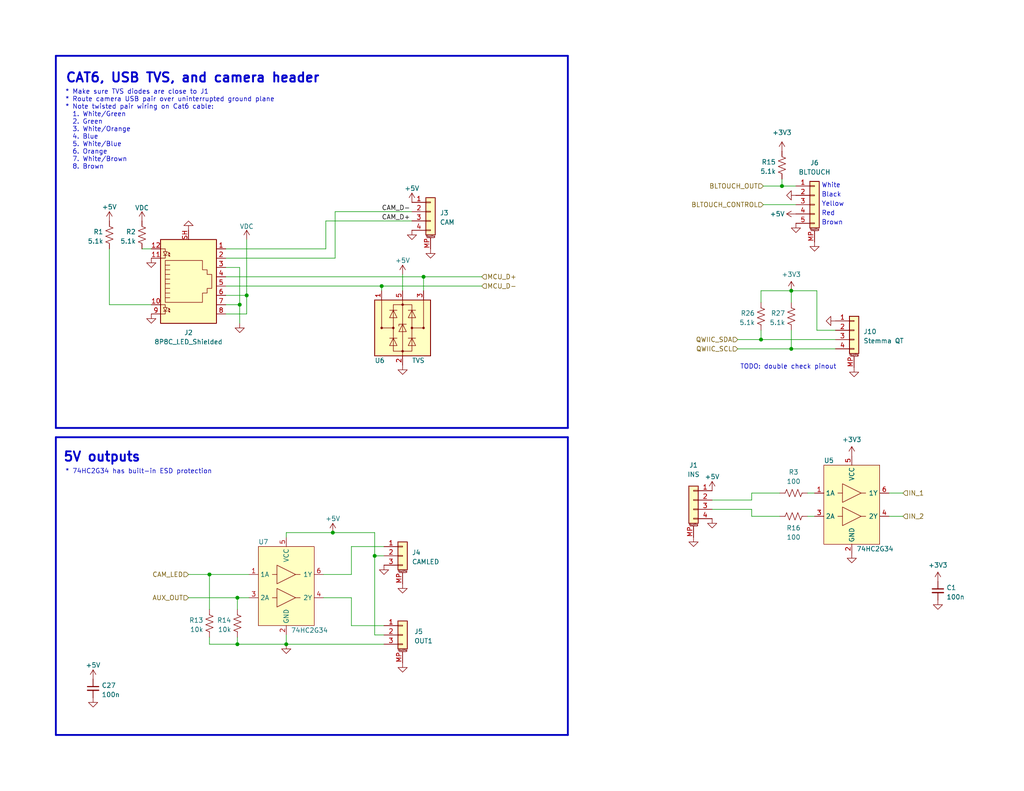
<source format=kicad_sch>
(kicad_sch (version 20211123) (generator eeschema)
  (paper "USLetter")
  (title_block (title "Jellyfish") (date "2022-09-07") (rev "v2") (company "Winterbloom") (comment 1 "Alethea Flowers") (comment 2 "CERN-OHL-P V2") (comment 3 "jellyfish.wntr.dev"))
  (lib_symbols
    (symbol "Connector:8P8C_LED_Shielded" (pin_names (offset 1.016))
      (property "Reference" "J" (at -5.08 13.97 0))
      (property "Value" "8P8C_LED_Shielded" (at 1.27 13.97 0))
      (symbol "8P8C_LED_Shielded_0_1"
        (polyline (pts (xy -7.62 -7.62) (xy -6.35 -7.62)))
        (polyline (pts (xy -7.62 -5.08) (xy -6.35 -5.08)))
        (polyline (pts (xy -7.62 7.62) (xy -6.35 7.62)))
        (polyline (pts (xy -7.62 10.16) (xy -6.35 10.16)))
        (polyline (pts (xy -6.858 -5.842) (xy -5.842 -5.842)))
        (polyline (pts (xy -6.858 9.398) (xy -5.842 9.398)))
        (polyline (pts (xy -6.35 -7.62) (xy -6.35 -6.858)))
        (polyline (pts (xy -6.35 -5.08) (xy -6.35 -5.842)))
        (polyline (pts (xy -6.35 7.62) (xy -6.35 8.382)))
        (polyline (pts (xy -6.35 10.16) (xy -6.35 9.398)))
        (polyline (pts (xy -5.08 -6.223) (xy -5.207 -6.604)))
        (polyline (pts (xy -5.08 -5.588) (xy -5.207 -5.969)))
        (polyline (pts (xy -5.08 4.445) (xy -6.35 4.445)))
        (polyline (pts (xy -5.08 5.715) (xy -6.35 5.715)))
        (polyline (pts (xy -5.08 9.017) (xy -5.207 8.636)))
        (polyline (pts (xy -5.08 9.652) (xy -5.207 9.271)))
        (polyline (pts (xy -6.35 -3.175) (xy -5.08 -3.175) (xy -5.08 -3.175)))
        (polyline (pts (xy -6.35 -1.905) (xy -5.08 -1.905) (xy -5.08 -1.905)))
        (polyline (pts (xy -6.35 -0.635) (xy -5.08 -0.635) (xy -5.08 -0.635)))
        (polyline (pts (xy -6.35 0.635) (xy -5.08 0.635) (xy -5.08 0.635)))
        (polyline (pts (xy -6.35 1.905) (xy -5.08 1.905) (xy -5.08 1.905)))
        (polyline (pts (xy -5.588 -6.731) (xy -5.08 -6.223) (xy -5.461 -6.35)))
        (polyline (pts (xy -5.588 -6.096) (xy -5.08 -5.588) (xy -5.461 -5.715)))
        (polyline (pts (xy -5.588 8.509) (xy -5.08 9.017) (xy -5.461 8.89)))
        (polyline (pts (xy -5.588 9.144) (xy -5.08 9.652) (xy -5.461 9.525)))
        (polyline (pts (xy -5.08 3.175) (xy -6.35 3.175) (xy -6.35 3.175)))
        (polyline (pts (xy -6.35 -5.842) (xy -6.858 -6.858) (xy -5.842 -6.858) (xy -6.35 -5.842)))
        (polyline (pts (xy -6.35 9.398) (xy -6.858 8.382) (xy -5.842 8.382) (xy -6.35 9.398)))
        (polyline (pts (xy -6.35 -4.445) (xy -6.35 6.985) (xy 3.81 6.985) (xy 3.81 4.445) (xy 5.08 4.445) (xy 5.08 3.175) (xy 6.35 3.175) (xy 6.35 -0.635) (xy 5.08 -0.635) (xy 5.08 -1.905) (xy 3.81 -1.905) (xy 3.81 -4.445) (xy -6.35 -4.445) (xy -6.35 -4.445)))
        (rectangle (start 7.62 12.7) (end -7.62 -10.16) (stroke (width 0.254)) (fill (type background)))
      )
      (symbol "8P8C_LED_Shielded_1_1"
        (pin passive line (at 10.16 -7.62 180) (length 2.54) (name "~") (number "1"))
        (pin passive line (at -10.16 7.62 0) (length 2.54) (name "~") (number "10"))
        (pin passive line (at -10.16 -5.08 0) (length 2.54) (name "~") (number "11"))
        (pin passive line (at -10.16 -7.62 0) (length 2.54) (name "~") (number "12"))
        (pin passive line (at 10.16 -5.08 180) (length 2.54) (name "~") (number "2"))
        (pin passive line (at 10.16 -2.54 180) (length 2.54) (name "~") (number "3"))
        (pin passive line (at 10.16 0 180) (length 2.54) (name "~") (number "4"))
        (pin passive line (at 10.16 2.54 180) (length 2.54) (name "~") (number "5"))
        (pin passive line (at 10.16 5.08 180) (length 2.54) (name "~") (number "6"))
        (pin passive line (at 10.16 7.62 180) (length 2.54) (name "~") (number "7"))
        (pin passive line (at 10.16 10.16 180) (length 2.54) (name "~") (number "8"))
        (pin passive line (at -10.16 10.16 0) (length 2.54) (name "~") (number "9"))
        (pin passive line (at 0 -12.7 90) (length 2.54) (name "~") (number "SH"))
      )
    )
    (symbol "Connector_Generic_MountingPin:Conn_01x03_MountingPin" (pin_names (offset 1.016) hide)
      (property "Reference" "J" (at 0 5.08 0))
      (property "Value" "Conn_01x03_MountingPin" (at 1.27 -5.08 0))
      (symbol "Conn_01x03_MountingPin_1_1"
        (rectangle (start -1.27 -2.413) (end 0 -2.667) (stroke (width 0.1524)))
        (rectangle (start -1.27 0.127) (end 0 -0.127) (stroke (width 0.1524)))
        (rectangle (start -1.27 2.667) (end 0 2.413) (stroke (width 0.1524)))
        (rectangle (start -1.27 3.81) (end 1.27 -3.81) (stroke (width 0.254)) (fill (type background)))
        (polyline (pts (xy -1.016 -4.572) (xy 1.016 -4.572)) (stroke (width 0.1524)))
        (text "Mounting" (at 0 -4.191 0) (effects (font (size 0.381 0.381))))
        (pin passive line (at -5.08 2.54 0) (length 3.81) (name "Pin_1") (number "1"))
        (pin passive line (at -5.08 0 0) (length 3.81) (name "Pin_2") (number "2"))
        (pin passive line (at -5.08 -2.54 0) (length 3.81) (name "Pin_3") (number "3"))
        (pin passive line (at 0 -7.62 90) (length 3.048) (name "MountPin") (number "MP"))
      )
    )
    (symbol "Connector_Generic_MountingPin:Conn_01x04_MountingPin" (pin_names (offset 1.016) hide)
      (property "Reference" "J" (at 0 5.08 0))
      (property "Value" "Conn_01x04_MountingPin" (at 1.27 -7.62 0))
      (symbol "Conn_01x04_MountingPin_1_1"
        (rectangle (start -1.27 -4.953) (end 0 -5.207) (stroke (width 0.1524)))
        (rectangle (start -1.27 -2.413) (end 0 -2.667) (stroke (width 0.1524)))
        (rectangle (start -1.27 0.127) (end 0 -0.127) (stroke (width 0.1524)))
        (rectangle (start -1.27 2.667) (end 0 2.413) (stroke (width 0.1524)))
        (rectangle (start -1.27 3.81) (end 1.27 -6.35) (stroke (width 0.254)) (fill (type background)))
        (polyline (pts (xy -1.016 -7.112) (xy 1.016 -7.112)) (stroke (width 0.1524)))
        (text "Mounting" (at 0 -6.731 0) (effects (font (size 0.381 0.381))))
        (pin passive line (at -5.08 2.54 0) (length 3.81) (name "Pin_1") (number "1"))
        (pin passive line (at -5.08 0 0) (length 3.81) (name "Pin_2") (number "2"))
        (pin passive line (at -5.08 -2.54 0) (length 3.81) (name "Pin_3") (number "3"))
        (pin passive line (at -5.08 -5.08 0) (length 3.81) (name "Pin_4") (number "4"))
        (pin passive line (at 0 -10.16 90) (length 3.048) (name "MountPin") (number "MP"))
      )
    )
    (symbol "Connector_Generic_MountingPin:Conn_01x05_MountingPin" (pin_names (offset 1.016) hide)
      (property "Reference" "J" (at 0 7.62 0))
      (property "Value" "Conn_01x05_MountingPin" (at 1.27 -7.62 0))
      (symbol "Conn_01x05_MountingPin_1_1"
        (rectangle (start -1.27 -4.953) (end 0 -5.207) (stroke (width 0.1524)))
        (rectangle (start -1.27 -2.413) (end 0 -2.667) (stroke (width 0.1524)))
        (rectangle (start -1.27 0.127) (end 0 -0.127) (stroke (width 0.1524)))
        (rectangle (start -1.27 2.667) (end 0 2.413) (stroke (width 0.1524)))
        (rectangle (start -1.27 5.207) (end 0 4.953) (stroke (width 0.1524)))
        (rectangle (start -1.27 6.35) (end 1.27 -6.35) (stroke (width 0.254)) (fill (type background)))
        (polyline (pts (xy -1.016 -7.112) (xy 1.016 -7.112)) (stroke (width 0.1524)))
        (text "Mounting" (at 0 -6.731 0) (effects (font (size 0.381 0.381))))
        (pin passive line (at -5.08 5.08 0) (length 3.81) (name "Pin_1") (number "1"))
        (pin passive line (at -5.08 2.54 0) (length 3.81) (name "Pin_2") (number "2"))
        (pin passive line (at -5.08 0 0) (length 3.81) (name "Pin_3") (number "3"))
        (pin passive line (at -5.08 -2.54 0) (length 3.81) (name "Pin_4") (number "4"))
        (pin passive line (at -5.08 -5.08 0) (length 3.81) (name "Pin_5") (number "5"))
        (pin passive line (at 0 -10.16 90) (length 3.048) (name "MountPin") (number "MP"))
      )
    )
    (symbol "Device:C_Small" (pin_numbers hide) (pin_names (offset 0.254) hide)
      (property "Reference" "C" (at 0.254 1.778 0))
      (property "Value" "C_Small" (at 0.254 -2.032 0))
      (symbol "C_Small_0_1"
        (polyline (pts (xy -1.524 -0.508) (xy 1.524 -0.508)) (stroke (width 0.3302)))
        (polyline (pts (xy -1.524 0.508) (xy 1.524 0.508)) (stroke (width 0.3048)))
      )
      (symbol "C_Small_1_1"
        (pin passive line (at 0 2.54 270) (length 2.032) (name "~") (number "1"))
        (pin passive line (at 0 -2.54 90) (length 2.032) (name "~") (number "2"))
      )
    )
    (symbol "Device:R_US" (pin_numbers hide) (pin_names (offset 0))
      (property "Reference" "R" (at 2.54 0 90))
      (property "Value" "R_US" (at -2.54 0 90))
      (symbol "R_US_0_1"
        (polyline (pts (xy 0 -2.286) (xy 0 -2.54)))
        (polyline (pts (xy 0 2.286) (xy 0 2.54)))
        (polyline (pts (xy 0 -0.762) (xy 1.016 -1.143) (xy 0 -1.524) (xy -1.016 -1.905) (xy 0 -2.286)))
        (polyline (pts (xy 0 0.762) (xy 1.016 0.381) (xy 0 0) (xy -1.016 -0.381) (xy 0 -0.762)))
        (polyline (pts (xy 0 2.286) (xy 1.016 1.905) (xy 0 1.524) (xy -1.016 1.143) (xy 0 0.762)))
      )
      (symbol "R_US_1_1"
        (pin passive line (at 0 3.81 270) (length 1.27) (name "~") (number "1"))
        (pin passive line (at 0 -3.81 90) (length 1.27) (name "~") (number "2"))
      )
    )
    (symbol "power:+3V3" (power) (pin_names (offset 0))
      (property "Value" "+3V3" (at 0 3.556 0))
      (symbol "+3V3_0_1"
        (polyline (pts (xy -0.762 1.27) (xy 0 2.54)))
        (polyline (pts (xy 0 0) (xy 0 2.54)))
        (polyline (pts (xy 0 2.54) (xy 0.762 1.27)))
      )
      (symbol "+3V3_1_1"
        (pin power_in line (at 0 0 90) (length 0) hide (name "+3V3") (number "1"))
      )
    )
    (symbol "power:+5V" (power) (pin_names (offset 0))
      (property "Value" "+5V" (at 0 3.556 0))
      (symbol "+5V_0_1"
        (polyline (pts (xy -0.762 1.27) (xy 0 2.54)))
        (polyline (pts (xy 0 0) (xy 0 2.54)))
        (polyline (pts (xy 0 2.54) (xy 0.762 1.27)))
      )
      (symbol "+5V_1_1"
        (pin power_in line (at 0 0 90) (length 0) hide (name "+5V") (number "1"))
      )
    )
    (symbol "power:GND" (power) (pin_names (offset 0))
      (property "Value" "GND" (at 0 -3.81 0))
      (symbol "GND_0_1"
        (polyline (pts (xy 0 0) (xy 0 -1.27) (xy 1.27 -1.27) (xy 0 -2.54) (xy -1.27 -1.27) (xy 0 -1.27)))
      )
      (symbol "GND_1_1"
        (pin power_in line (at 0 0 270) (length 0) hide (name "GND") (number "1"))
      )
    )
    (symbol "power:VDC" (power) (pin_names (offset 0))
      (property "Value" "VDC" (at 0 6.35 0))
      (symbol "VDC_0_1"
        (polyline (pts (xy -0.762 1.27) (xy 0 2.54)))
        (polyline (pts (xy 0 0) (xy 0 2.54)))
        (polyline (pts (xy 0 2.54) (xy 0.762 1.27)))
      )
      (symbol "VDC_1_1"
        (pin power_in line (at 0 0 90) (length 0) hide (name "VDC") (number "1"))
      )
    )
    (symbol "winterbloom:74HC2G34"
      (property "Reference" "U" (at -7.62 11.43 0))
      (property "Value" "74HC2G34" (at 1.27 11.43 0))
      (property "mpn" "74HC2G34GW,125" (at 0 0 0))
      (symbol "74HC2G34_0_0"
        (pin input line (at -10.16 2.54 0) (length 2.54) (name "1A") (number "1"))
        (pin power_in line (at 0 -13.97 90) (length 2.54) (name "GND") (number "2"))
        (pin input line (at -10.16 -3.81 0) (length 2.54) (name "2A") (number "3"))
        (pin output line (at 10.16 -3.81 180) (length 2.54) (name "2Y") (number "4"))
        (pin power_in line (at 0 12.7 270) (length 2.54) (name "VCC") (number "5"))
        (pin power_out line (at 10.16 2.54 180) (length 2.54) (name "1Y") (number "6"))
      )
      (symbol "74HC2G34_0_1"
        (rectangle (start -7.62 10.16) (end 7.62 -11.43) (fill (type background)))
        (polyline (pts (xy -2.54 -3.81) (xy -3.81 -3.81)))
        (polyline (pts (xy -2.54 2.54) (xy -3.81 2.54)))
        (polyline (pts (xy 2.54 -3.81) (xy 3.81 -3.81)))
        (polyline (pts (xy 2.54 2.54) (xy 3.81 2.54)))
        (polyline (pts (xy -2.54 -5.08) (xy -2.54 -1.27) (xy 2.54 -3.81) (xy -2.54 -6.35) (xy -2.54 -5.08)))
        (polyline (pts (xy -2.54 1.27) (xy -2.54 5.08) (xy 2.54 2.54) (xy -2.54 0) (xy -2.54 1.27)))
      )
    )
    (symbol "winterbloom:USBLC6-2SC6" (pin_names hide)
      (property "Reference" "U4" (at -7.62 -8.89 0))
      (property "Value" "USBLC6-2SC6" (at 2.54 -8.89 0))
      (symbol "USBLC6-2SC6_0_1"
        (rectangle (start -7.62 -7.62) (end 7.62 7.62) (stroke (width 0.254)) (fill (type background)))
        (circle (center -5.715 0) (radius 0.254) (fill (type outline)))
        (circle (center -2.54 0) (radius 0.254) (fill (type outline)))
        (rectangle (start -2.54 6.35) (end 2.54 -6.35))
        (circle (center 0 -6.35) (radius 0.254) (fill (type outline)))
        (polyline (pts (xy -1.524 -2.794) (xy -3.556 -2.794)))
        (polyline (pts (xy -1.524 4.826) (xy -3.556 4.826)))
        (polyline (pts (xy 0 -7.62) (xy 0 -6.35)))
        (polyline (pts (xy 0 -6.35) (xy 0 1.27)))
        (polyline (pts (xy 0 1.27) (xy 0 6.35)))
        (polyline (pts (xy 0 6.35) (xy 0 7.62)))
        (polyline (pts (xy 1.524 -2.794) (xy 3.556 -2.794)))
        (polyline (pts (xy 1.524 4.826) (xy 3.556 4.826)))
        (polyline (pts (xy -2.54 0) (xy -5.715 0) (xy -5.715 7.62)))
        (polyline (pts (xy 2.54 0) (xy 5.715 0) (xy 5.715 7.62)))
        (polyline (pts (xy -3.556 -4.826) (xy -1.524 -4.826) (xy -2.54 -2.794) (xy -3.556 -4.826)))
        (polyline (pts (xy -3.556 2.794) (xy -1.524 2.794) (xy -2.54 4.826) (xy -3.556 2.794)))
        (polyline (pts (xy -1.016 -1.016) (xy 1.016 -1.016) (xy 0 1.016) (xy -1.016 -1.016)))
        (polyline (pts (xy 1.016 1.016) (xy 0.762 1.016) (xy -1.016 1.016) (xy -1.016 0.508)))
        (polyline (pts (xy 3.556 -4.826) (xy 1.524 -4.826) (xy 2.54 -2.794) (xy 3.556 -4.826)))
        (polyline (pts (xy 3.556 2.794) (xy 1.524 2.794) (xy 2.54 4.826) (xy 3.556 2.794)))
        (circle (center 0 6.35) (radius 0.254) (fill (type outline)))
        (circle (center 2.54 0) (radius 0.254) (fill (type outline)))
        (circle (center 5.715 0) (radius 0.254) (fill (type outline)))
      )
      (symbol "USBLC6-2SC6_1_1"
        (pin passive line (at -5.715 10.16 270) (length 2.54) (name "D-") (number "1"))
        (pin passive line (at 0 -10.16 90) (length 2.54) (name "GND") (number "2"))
        (pin passive line (at 5.715 10.16 270) (length 2.54) (name "D+") (number "3"))
        (pin passive line (at 5.715 10.16 270) (length 2.54) hide (name "D+") (number "4"))
        (pin passive line (at 0 10.16 270) (length 2.54) (name "VBUS") (number "5"))
        (pin passive line (at -5.715 10.16 270) (length 2.54) hide (name "D-") (number "6"))
      )
    )
  )
  (junction (at 102.235 151.765))
  (junction (at 90.805 145.415))
  (junction (at 67.31 80.645))
  (junction (at 64.77 175.895))
  (junction (at 78.105 175.895))
  (junction (at 215.9 95.25))
  (junction (at 65.405 83.185))
  (junction (at 215.9 79.375))
  (junction (at 64.77 163.195))
  (junction (at 213.36 50.8))
  (junction (at 57.15 156.845))
  (junction (at 104.14 78.105))
  (junction (at 115.57 75.565))
  (junction (at 207.645 92.71))
  (wire (pts (xy 215.9 79.375) (xy 215.9 82.55)))
  (wire (pts (xy 242.57 134.62) (xy 246.38 134.62)))
  (wire (pts (xy 207.645 90.17) (xy 207.645 92.71)))
  (wire (pts (xy 95.885 170.815) (xy 95.885 163.195)))
  (wire (pts (xy 222.885 90.17) (xy 227.965 90.17)))
  (polyline (pts (xy 15.24 119.38) (xy 154.94 119.38)) (stroke (width 0.5) (type solid)))
  (wire (pts (xy 215.9 79.375) (xy 222.885 79.375)))
  (wire (pts (xy 67.31 85.725) (xy 67.31 80.645)))
  (wire (pts (xy 104.14 78.105) (xy 104.14 79.375)))
  (wire (pts (xy 78.105 175.895) (xy 104.775 175.895)))
  (wire (pts (xy 115.57 75.565) (xy 131.445 75.565)))
  (polyline (pts (xy 154.94 200.66) (xy 15.24 200.66)) (stroke (width 0.5) (type solid)))
  (wire (pts (xy 61.595 78.105) (xy 104.14 78.105)))
  (wire (pts (xy 213.36 50.8) (xy 217.17 50.8)))
  (wire (pts (xy 67.31 65.405) (xy 67.31 80.645)))
  (wire (pts (xy 208.28 55.88) (xy 217.17 55.88)))
  (wire (pts (xy 194.31 139.065) (xy 205.105 139.065)))
  (wire (pts (xy 61.595 85.725) (xy 67.31 85.725)))
  (wire (pts (xy 220.345 140.97) (xy 222.25 140.97)))
  (wire (pts (xy 90.805 145.415) (xy 102.235 145.415)))
  (wire (pts (xy 109.855 74.93) (xy 109.855 79.375)))
  (wire (pts (xy 61.595 70.485) (xy 91.44 70.485)))
  (wire (pts (xy 67.945 156.845) (xy 57.15 156.845)))
  (wire (pts (xy 65.405 83.185) (xy 65.405 73.025)))
  (wire (pts (xy 65.405 88.265) (xy 65.405 83.185)))
  (wire (pts (xy 88.9 60.325) (xy 112.395 60.325)))
  (wire (pts (xy 215.9 90.17) (xy 215.9 95.25)))
  (wire (pts (xy 205.105 140.97) (xy 212.725 140.97)))
  (wire (pts (xy 51.435 163.195) (xy 64.77 163.195)))
  (wire (pts (xy 29.845 83.185) (xy 41.275 83.185)))
  (polyline (pts (xy 154.94 15.24) (xy 154.94 116.84)) (stroke (width 0.5) (type solid)))
  (wire (pts (xy 78.105 175.895) (xy 78.105 173.355)))
  (wire (pts (xy 57.15 156.845) (xy 57.15 166.37)))
  (wire (pts (xy 201.295 95.25) (xy 215.9 95.25)))
  (wire (pts (xy 115.57 75.565) (xy 115.57 79.375)))
  (wire (pts (xy 65.405 73.025) (xy 61.595 73.025)))
  (wire (pts (xy 95.885 156.845) (xy 88.265 156.845)))
  (wire (pts (xy 38.735 67.945) (xy 41.275 67.945)))
  (wire (pts (xy 215.9 95.25) (xy 227.965 95.25)))
  (wire (pts (xy 213.36 48.895) (xy 213.36 50.8)))
  (wire (pts (xy 208.28 50.8) (xy 213.36 50.8)))
  (wire (pts (xy 207.645 82.55) (xy 207.645 79.375)))
  (wire (pts (xy 205.105 136.525) (xy 194.31 136.525)))
  (wire (pts (xy 78.105 146.685) (xy 78.105 145.415)))
  (wire (pts (xy 205.105 134.62) (xy 212.725 134.62)))
  (wire (pts (xy 102.235 173.355) (xy 104.775 173.355)))
  (wire (pts (xy 207.645 79.375) (xy 215.9 79.375)))
  (wire (pts (xy 51.435 156.845) (xy 57.15 156.845)))
  (wire (pts (xy 57.15 175.895) (xy 64.77 175.895)))
  (wire (pts (xy 205.105 134.62) (xy 205.105 136.525)))
  (wire (pts (xy 222.885 79.375) (xy 222.885 90.17)))
  (wire (pts (xy 201.295 92.71) (xy 207.645 92.71)))
  (polyline (pts (xy 15.24 15.24) (xy 15.24 116.84)) (stroke (width 0.5) (type solid)))
  (wire (pts (xy 102.235 151.765) (xy 102.235 173.355)))
  (polyline (pts (xy 154.94 119.38) (xy 154.94 200.66)) (stroke (width 0.5) (type solid)))
  (polyline (pts (xy 15.24 119.38) (xy 15.24 200.66)) (stroke (width 0.5) (type solid)))
  (wire (pts (xy 102.235 145.415) (xy 102.235 151.765)))
  (wire (pts (xy 61.595 75.565) (xy 115.57 75.565)))
  (wire (pts (xy 220.345 134.62) (xy 222.25 134.62)))
  (wire (pts (xy 88.9 67.945) (xy 61.595 67.945)))
  (wire (pts (xy 104.14 78.105) (xy 131.445 78.105)))
  (wire (pts (xy 64.77 175.895) (xy 64.77 173.99)))
  (wire (pts (xy 64.77 166.37) (xy 64.77 163.195)))
  (polyline (pts (xy 15.24 15.24) (xy 154.94 15.24)) (stroke (width 0.5) (type solid)))
  (wire (pts (xy 57.15 173.99) (xy 57.15 175.895)))
  (wire (pts (xy 95.885 163.195) (xy 88.265 163.195)))
  (wire (pts (xy 91.44 57.785) (xy 91.44 70.485)))
  (wire (pts (xy 61.595 80.645) (xy 67.31 80.645)))
  (wire (pts (xy 95.885 149.225) (xy 95.885 156.845)))
  (wire (pts (xy 102.235 151.765) (xy 104.775 151.765)))
  (wire (pts (xy 78.105 145.415) (xy 90.805 145.415)))
  (wire (pts (xy 95.885 170.815) (xy 104.775 170.815)))
  (wire (pts (xy 88.9 60.325) (xy 88.9 67.945)))
  (wire (pts (xy 29.845 67.945) (xy 29.845 83.185)))
  (wire (pts (xy 205.105 139.065) (xy 205.105 140.97)))
  (wire (pts (xy 104.775 149.225) (xy 95.885 149.225)))
  (wire (pts (xy 61.595 83.185) (xy 65.405 83.185)))
  (wire (pts (xy 112.395 57.785) (xy 91.44 57.785)))
  (polyline (pts (xy 154.94 116.84) (xy 15.24 116.84)) (stroke (width 0.5) (type solid)))
  (wire (pts (xy 64.77 163.195) (xy 67.945 163.195)))
  (wire (pts (xy 78.105 175.895) (xy 64.77 175.895)))
  (wire (pts (xy 242.57 140.97) (xy 246.38 140.97)))
  (wire (pts (xy 207.645 92.71) (xy 227.965 92.71)))
  (text "White" (at 224.155 51.435 0) (effects (font (size 1.27 1.27)) (justify left bottom)))
  (text "* Make sure TVS diodes are close to J1\n* Route camera USB pair over uninterrupted ground plane\n* Note twisted pair wiring on Cat6 cable:\n  1. White/Green\n  2. Green\n  3. White/Orange\n  4. Blue\n  5. White/Blue\n  6. Orange\n  7. White/Brown\n  8. Brown" (at 17.78 46.355 0) (effects (font (size 1.27 1.27)) (justify left bottom)))
  (text "Yellow" (at 224.155 56.515 0) (effects (font (size 1.27 1.27)) (justify left bottom)))
  (text "Black" (at 224.155 53.975 0) (effects (font (size 1.27 1.27)) (justify left bottom)))
  (text "Brown" (at 224.155 61.595 0) (effects (font (size 1.27 1.27)) (justify left bottom)))
  (text "Red" (at 224.155 59.055 0) (effects (font (size 1.27 1.27)) (justify left bottom)))
  (text "* 74HC2G34 has built-in ESD protection" (at 17.78 129.54 0) (effects (font (size 1.27 1.27)) (justify left bottom)))
  (text "5V outputs" (at 17.145 126.365 0) (effects (font (size 2.54 2.54) bold) (justify left bottom)))
  (text "CAT6, USB TVS, and camera header" (at 17.78 22.86 0) (effects (font (size 2.54 2.54) bold) (justify left bottom)))
  (text "TODO: double check pinout" (at 201.93 100.965 0) (effects (font (size 1.27 1.27)) (justify left bottom)))
  (label "CAM_D+" (at 104.14 60.325 0))
  (label "CAM_D-" (at 104.14 57.785 0))
  (hierarchical_label "IN_1" (shape input) (at 246.38 134.62 0))
  (hierarchical_label "CAM_LED" (shape input) (at 51.435 156.845 180))
  (hierarchical_label "QWIIC_SCL" (shape input) (at 201.295 95.25 180))
  (hierarchical_label "BLTOUCH_CONTROL" (shape input) (at 208.28 55.88 180))
  (hierarchical_label "IN_2" (shape input) (at 246.38 140.97 0))
  (hierarchical_label "QWIIC_SDA" (shape input) (at 201.295 92.71 180))
  (hierarchical_label "MCU_D-" (shape input) (at 131.445 78.105 0))
  (hierarchical_label "AUX_OUT" (shape input) (at 51.435 163.195 180))
  (hierarchical_label "MCU_D+" (shape input) (at 131.445 75.565 0))
  (hierarchical_label "BLTOUCH_OUT" (shape input) (at 208.28 50.8 180))
  (symbol (lib_id "power:GND") (at 117.475 67.945 0) (unit 1)
    (property "Reference" "#PWR0123" (effects hide))
    (property "Value" "GND" (effects hide))
  )
  (symbol (lib_id "power:GND") (at 104.775 154.305 0) (unit 1)
    (property "Reference" "#PWR057" (effects hide))
    (property "Value" "GND" (effects hide))
  )
  (symbol (lib_id "Device:R_US") (at 57.15 170.18 180) (unit 1)
    (property "Reference" "R13" (at 55.499 169.3453 0) (effects (justify left)))
    (property "Value" "10k" (at 55.499 171.8822 0) (effects (justify left)))
    (property "Footprint" "Resistor_SMD:R_0402_1005Metric_Pad0.72x0.64mm_HandSolder" (effects hide))
    (property "mpn" "RC0402JR-0710KL" (effects hide))
    (property "Rating" "63mW" (effects hide))
  )
  (symbol (lib_id "power:VDC") (at 67.31 65.405 0) (unit 1)
    (property "Reference" "#PWR045" (effects hide))
    (property "Value" "VDC" (at 67.31 61.8292 0))
  )
  (symbol (lib_id "power:GND") (at 227.965 87.63 270) (unit 1)
    (property "Reference" "#PWR0116" (effects hide))
    (property "Value" "GND" (effects hide))
  )
  (symbol (lib_id "power:GND") (at 109.855 180.975 0) (unit 1)
    (property "Reference" "#PWR0126" (effects hide))
    (property "Value" "GND" (effects hide))
  )
  (symbol (lib_id "Device:R_US") (at 216.535 140.97 270) (unit 1)
    (property "Reference" "R16" (at 216.535 144.145 90))
    (property "Value" "100" (at 216.535 146.685 90))
    (property "Footprint" "Resistor_SMD:R_0402_1005Metric_Pad0.72x0.64mm_HandSolder" (effects hide))
    (property "mpn" "RC0402JR-0710KL" (effects hide))
    (property "Rating" "63mW" (effects hide))
  )
  (symbol (lib_id "power:GND") (at 233.045 100.33 0) (unit 1)
    (property "Reference" "#PWR0124" (effects hide))
    (property "Value" "GND" (effects hide))
  )
  (symbol (lib_id "power:GND") (at 232.41 151.13 0) (mirror y) (unit 1)
    (property "Reference" "#PWR0117" (effects hide))
    (property "Value" "GND" (effects hide))
  )
  (symbol (lib_id "power:GND") (at 109.855 99.695 0) (unit 1)
    (property "Reference" "#PWR050" (effects hide))
    (property "Value" "GND" (effects hide))
  )
  (symbol (lib_id "power:+5V") (at 29.845 60.325 0) (unit 1)
    (property "Reference" "#PWR0110" (effects hide))
    (property "Value" "+5V" (at 29.845 56.515 0))
  )
  (symbol (lib_id "power:+5V") (at 25.4 185.42 0) (unit 1)
    (property "Reference" "#PWR053" (effects hide))
    (property "Value" "+5V" (at 25.4 181.61 0))
  )
  (symbol (lib_id "power:GND") (at 41.275 85.725 0) (unit 1)
    (property "Reference" "#PWR0107" (effects hide))
    (property "Value" "GND" (effects hide))
  )
  (symbol (lib_id "Connector_Generic_MountingPin:Conn_01x04_MountingPin") (at 117.475 57.785 0) (unit 1)
    (property "Reference" "J3" (at 120.015 58.1405 0) (effects (justify left)))
    (property "Value" "CAM" (at 120.015 60.6805 0) (effects (justify left)))
    (property "Footprint" "Connector_JST:JST_SH_BM04B-SRSS-TB_1x04-1MP_P1.00mm_Vertical" (effects hide))
  )
  (symbol (lib_id "Device:R_US") (at 213.36 45.085 180) (unit 1)
    (property "Reference" "R15" (at 211.709 44.2503 0) (effects (justify left)))
    (property "Value" "5.1k" (at 211.709 46.7872 0) (effects (justify left)))
    (property "Footprint" "Resistor_SMD:R_0402_1005Metric_Pad0.72x0.64mm_HandSolder" (effects hide))
    (property "mpn" "RC0402JR-0710KL" (effects hide))
    (property "Rating" "63mW" (effects hide))
  )
  (symbol (lib_id "power:+5V") (at 194.31 133.985 0) (mirror y) (unit 1)
    (property "Reference" "#PWR0119" (effects hide))
    (property "Value" "+5V" (at 194.31 130.175 0))
  )
  (symbol (lib_id "Connector_Generic_MountingPin:Conn_01x04_MountingPin") (at 233.045 90.17 0) (unit 1)
    (property "Reference" "J10" (at 235.585 90.5255 0) (effects (justify left)))
    (property "Value" "Stemma QT" (at 235.585 93.0655 0) (effects (justify left)))
    (property "Footprint" "Connector_JST:JST_SH_BM04B-SRSS-TB_1x04-1MP_P1.00mm_Vertical" (effects hide))
  )
  (symbol (lib_id "power:GND") (at 51.435 62.865 180) (unit 1)
    (property "Reference" "#PWR044" (effects hide))
    (property "Value" "GND" (effects hide))
  )
  (symbol (lib_id "power:VDC") (at 38.735 60.325 0) (unit 1)
    (property "Reference" "#PWR0109" (effects hide))
    (property "Value" "VDC" (at 38.735 56.7492 0))
  )
  (symbol (lib_id "power:GND") (at 189.23 146.685 0) (unit 1)
    (property "Reference" "#PWR0125" (effects hide))
    (property "Value" "GND" (effects hide))
  )
  (symbol (lib_id "power:+5V") (at 112.395 55.245 0) (unit 1)
    (property "Reference" "#PWR051" (effects hide))
    (property "Value" "+5V" (at 112.395 51.435 0))
  )
  (symbol (lib_id "Connector_Generic_MountingPin:Conn_01x03_MountingPin") (at 109.855 173.355 0) (unit 1)
    (property "Reference" "J5" (at 113.03 172.4405 0) (effects (justify left)))
    (property "Value" "OUT1" (at 113.03 174.9805 0) (effects (justify left)))
    (property "Footprint" "Connector_JST:JST_SH_BM03B-SRSS-TB_1x03-1MP_P1.00mm_Vertical" (effects hide))
  )
  (symbol (lib_id "winterbloom:74HC2G34") (at 78.105 159.385 0) (unit 1)
    (property "Reference" "U7" (at 70.485 147.955 0) (effects (justify left)))
    (property "Value" "74HC2G34" (at 79.375 172.085 0) (effects (justify left)))
    (property "Footprint" "Package_TO_SOT_SMD:SOT-363_SC-70-6" (effects hide))
    (property "Datasheet" "https://assets.nexperia.com/documents/data-sheet/74HC_HCT2G34.pdf" (effects hide))
    (property "mpn" "74HC2G34GW,125" (effects hide))
  )
  (symbol (lib_id "power:+3V3") (at 255.905 158.75 0) (unit 1)
    (property "Reference" "#PWR0121" (effects hide))
    (property "Value" "+3V3" (at 255.905 154.305 0))
  )
  (symbol (lib_id "Connector_Generic_MountingPin:Conn_01x05_MountingPin") (at 222.25 55.88 0) (unit 1)
    (property "Reference" "J6" (at 222.25 44.45 0))
    (property "Value" "BLTOUCH" (at 222.25 46.99 0))
    (property "Footprint" "Connector_JST:JST_SH_BM05B-SRSS-TB_1x05-1MP_P1.00mm_Vertical" (effects hide))
  )
  (symbol (lib_id "power:GND") (at 217.17 53.34 270) (unit 1)
    (property "Reference" "#PWR0114" (effects hide))
    (property "Value" "GND" (effects hide))
  )
  (symbol (lib_id "Device:R_US") (at 64.77 170.18 180) (unit 1)
    (property "Reference" "R14" (at 63.119 169.3453 0) (effects (justify left)))
    (property "Value" "10k" (at 63.119 171.8822 0) (effects (justify left)))
    (property "Footprint" "Resistor_SMD:R_0402_1005Metric_Pad0.72x0.64mm_HandSolder" (effects hide))
    (property "mpn" "RC0402JR-0710KL" (effects hide))
    (property "Rating" "63mW" (effects hide))
  )
  (symbol (lib_id "power:+3V3") (at 213.36 41.275 0) (unit 1)
    (property "Reference" "#PWR0113" (effects hide))
    (property "Value" "+3V3" (at 213.36 36.195 0))
  )
  (symbol (lib_id "Connector_Generic_MountingPin:Conn_01x04_MountingPin") (at 189.23 136.525 0) (mirror y) (unit 1)
    (property "Reference" "J1" (at 189.23 127 0))
    (property "Value" "INS" (at 189.23 129.54 0))
    (property "Footprint" "Connector_JST:JST_SH_BM04B-SRSS-TB_1x04-1MP_P1.00mm_Vertical" (effects hide))
  )
  (symbol (lib_id "power:GND") (at 222.25 66.04 0) (unit 1)
    (property "Reference" "#PWR0122" (effects hide))
    (property "Value" "GND" (effects hide))
  )
  (symbol (lib_id "Connector:8P8C_LED_Shielded") (at 51.435 75.565 0) (mirror x) (unit 1)
    (property "Reference" "J2" (at 51.435 90.805 0))
    (property "Value" "8P8C_LED_Shielded" (at 51.435 93.345 0))
    (property "Footprint" "winterbloom:RJ45_Amphenol_RJE45-188-1411_Vertical" (effects hide))
  )
  (symbol (lib_id "power:GND") (at 25.4 190.5 0) (unit 1)
    (property "Reference" "#PWR054" (effects hide))
    (property "Value" "GND" (effects hide))
  )
  (symbol (lib_id "power:GND") (at 65.405 88.265 0) (unit 1)
    (property "Reference" "#PWR046" (effects hide))
    (property "Value" "GND" (effects hide))
  )
  (symbol (lib_id "Connector_Generic_MountingPin:Conn_01x03_MountingPin") (at 109.855 151.765 0) (unit 1)
    (property "Reference" "J4" (at 112.395 150.8505 0) (effects (justify left)))
    (property "Value" "CAMLED" (at 112.395 153.3905 0) (effects (justify left)))
    (property "Footprint" "Connector_JST:JST_SH_BM03B-SRSS-TB_1x03-1MP_P1.00mm_Vertical" (effects hide))
  )
  (symbol (lib_id "power:GND") (at 78.105 175.895 0) (unit 1)
    (property "Reference" "#PWR055" (effects hide))
    (property "Value" "GND" (effects hide))
  )
  (symbol (lib_id "power:+3V3") (at 215.9 79.375 0) (unit 1)
    (property "Reference" "#PWR0115" (effects hide))
    (property "Value" "+3V3" (at 215.9 74.93 0))
  )
  (symbol (lib_id "Device:R_US") (at 216.535 134.62 270) (unit 1)
    (property "Reference" "R3" (at 216.535 128.905 90))
    (property "Value" "100" (at 216.535 131.445 90))
    (property "Footprint" "Resistor_SMD:R_0402_1005Metric_Pad0.72x0.64mm_HandSolder" (effects hide))
    (property "mpn" "RC0402JR-0710KL" (effects hide))
    (property "Rating" "63mW" (effects hide))
  )
  (symbol (lib_id "power:GND") (at 112.395 62.865 0) (unit 1)
    (property "Reference" "#PWR052" (effects hide))
    (property "Value" "GND" (effects hide))
  )
  (symbol (lib_id "power:GND") (at 41.275 70.485 0) (unit 1)
    (property "Reference" "#PWR0108" (effects hide))
    (property "Value" "GND" (effects hide))
  )
  (symbol (lib_id "winterbloom:USBLC6-2SC6") (at 109.855 89.535 0) (unit 1)
    (property "Reference" "U6" (at 102.235 98.425 0) (effects (justify left)))
    (property "Value" "TVS" (at 112.395 98.425 0) (effects (justify left)))
    (property "Footprint" "Package_TO_SOT_SMD:SOT-23-6" (effects hide))
    (property "Datasheet" "https://www.st.com/resource/en/datasheet/usblc6-2.pdf" (effects hide))
    (property "mpn" "SRL05-TP" (effects hide))
  )
  (symbol (lib_id "power:+5V") (at 90.805 145.415 0) (unit 1)
    (property "Reference" "#PWR056" (effects hide))
    (property "Value" "+5V" (at 90.805 141.605 0))
  )
  (symbol (lib_id "power:+5V") (at 217.17 58.42 90) (unit 1)
    (property "Reference" "#PWR0111" (effects hide))
    (property "Value" "+5V" (at 212.09 58.42 90))
  )
  (symbol (lib_id "power:GND") (at 194.31 141.605 0) (mirror y) (unit 1)
    (property "Reference" "#PWR0120" (effects hide))
    (property "Value" "GND" (effects hide))
  )
  (symbol (lib_id "Device:C_Small") (at 25.4 187.96 0) (unit 1)
    (property "Reference" "C27" (at 27.7241 187.1316 0) (effects (justify left)))
    (property "Value" "100n" (at 27.7241 189.6685 0) (effects (justify left)))
    (property "Footprint" "Capacitor_SMD:C_0402_1005Metric_Pad0.74x0.62mm_HandSolder" (effects hide))
    (property "Rating" "10V" (effects hide))
    (property "mpn" "CL05A104KA5NNNC" (effects hide))
  )
  (symbol (lib_id "power:GND") (at 217.17 60.96 0) (unit 1)
    (property "Reference" "#PWR0112" (effects hide))
    (property "Value" "GND" (effects hide))
  )
  (symbol (lib_id "power:GND") (at 255.905 163.83 0) (unit 1)
    (property "Reference" "#PWR04" (effects hide))
    (property "Value" "GND" (effects hide))
  )
  (symbol (lib_id "Device:C_Small") (at 255.905 161.29 0) (unit 1)
    (property "Reference" "C1" (at 258.2291 160.4616 0) (effects (justify left)))
    (property "Value" "100n" (at 258.2291 162.9985 0) (effects (justify left)))
    (property "Footprint" "Capacitor_SMD:C_0402_1005Metric_Pad0.74x0.62mm_HandSolder" (effects hide))
    (property "Rating" "10V" (effects hide))
    (property "mpn" "CL05A104KA5NNNC" (effects hide))
  )
  (symbol (lib_id "Device:R_US") (at 29.845 64.135 180) (unit 1)
    (property "Reference" "R1" (at 28.194 63.3003 0) (effects (justify left)))
    (property "Value" "5.1k" (at 28.194 65.8372 0) (effects (justify left)))
    (property "Footprint" "Resistor_SMD:R_0402_1005Metric_Pad0.72x0.64mm_HandSolder" (effects hide))
    (property "mpn" "RC0402JR-0710KL" (effects hide))
    (property "Rating" "63mW" (effects hide))
  )
  (symbol (lib_id "winterbloom:74HC2G34") (at 232.41 137.16 0) (unit 1)
    (property "Reference" "U5" (at 224.79 125.73 0) (effects (justify left)))
    (property "Value" "74HC2G34" (at 233.68 149.86 0) (effects (justify left)))
    (property "Footprint" "Package_TO_SOT_SMD:SOT-363_SC-70-6" (effects hide))
    (property "Datasheet" "https://assets.nexperia.com/documents/data-sheet/74HC_HCT2G34.pdf" (effects hide))
    (property "mpn" "74HC2G34GW,125" (effects hide))
  )
  (symbol (lib_id "Device:R_US") (at 207.645 86.36 180) (unit 1)
    (property "Reference" "R26" (at 205.994 85.5253 0) (effects (justify left)))
    (property "Value" "5.1k" (at 205.994 88.0622 0) (effects (justify left)))
    (property "Footprint" "Resistor_SMD:R_0402_1005Metric_Pad0.72x0.64mm_HandSolder" (effects hide))
    (property "mpn" "RC0402JR-0710KL" (effects hide))
    (property "Rating" "63mW" (effects hide))
  )
  (symbol (lib_id "power:+5V") (at 109.855 74.93 0) (unit 1)
    (property "Reference" "#PWR049" (effects hide))
    (property "Value" "+5V" (at 109.855 71.12 0))
  )
  (symbol (lib_id "Device:R_US") (at 215.9 86.36 180) (unit 1)
    (property "Reference" "R27" (at 214.249 85.5253 0) (effects (justify left)))
    (property "Value" "5.1k" (at 214.249 88.0622 0) (effects (justify left)))
    (property "Footprint" "Resistor_SMD:R_0402_1005Metric_Pad0.72x0.64mm_HandSolder" (effects hide))
    (property "mpn" "RC0402JR-0710KL" (effects hide))
    (property "Rating" "63mW" (effects hide))
  )
  (symbol (lib_id "power:GND") (at 109.855 159.385 0) (unit 1)
    (property "Reference" "#PWR0127" (effects hide))
    (property "Value" "GND" (effects hide))
  )
  (symbol (lib_id "power:+3V3") (at 232.41 124.46 0) (unit 1)
    (property "Reference" "#PWR0118" (effects hide))
    (property "Value" "+3V3" (at 232.41 120.015 0))
  )
  (symbol (lib_id "Device:R_US") (at 38.735 64.135 180) (unit 1)
    (property "Reference" "R2" (at 37.084 63.3003 0) (effects (justify left)))
    (property "Value" "5.1k" (at 37.084 65.8372 0) (effects (justify left)))
    (property "Footprint" "Resistor_SMD:R_0402_1005Metric_Pad0.72x0.64mm_HandSolder" (effects hide))
    (property "mpn" "RC0402JR-0710KL" (effects hide))
    (property "Rating" "63mW" (effects hide))
  )
)
</source>
